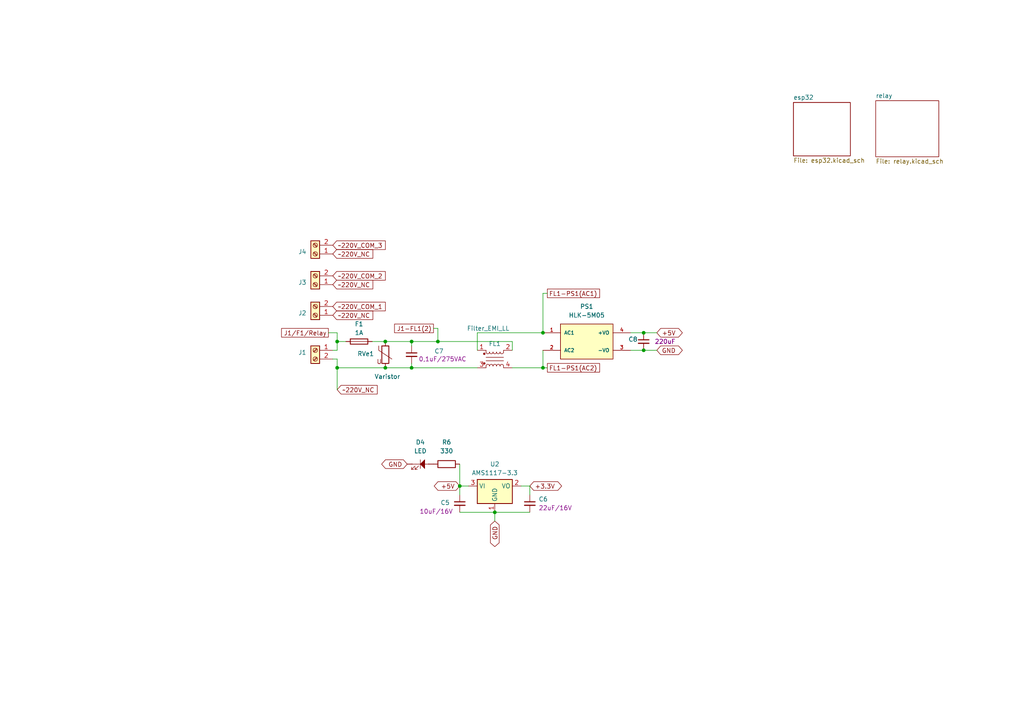
<source format=kicad_sch>
(kicad_sch (version 20231120) (generator "eeschema") (generator_version "8.0")
  (paper "A4")
  (title_block (title "IOTV_ID-1 (3x2A)") (date "2024-07-29") (rev "1.0") (company "Вербкин М.С."))
  (lib_symbols
    (symbol "Connector:Screw_Terminal_01x02" (pin_names (offset 1.016) hide)
      (property "Reference" "J" (at 0 2.54 0))
      (property "Value" "Screw_Terminal_01x02" (at 0 -5.08 0))
      (symbol "Screw_Terminal_01x02_1_1"
        (rectangle (start -1.27 1.27) (end 1.27 -3.81) (stroke (width 0.254)) (fill (type background)))
        (circle (center 0 -2.54) (radius 0.635) (stroke (width 0.1524)))
        (polyline (pts (xy -0.5334 -2.2098) (xy 0.3302 -3.048)) (stroke (width 0.1524)))
        (polyline (pts (xy -0.5334 0.3302) (xy 0.3302 -0.508)) (stroke (width 0.1524)))
        (polyline (pts (xy -0.3556 -2.032) (xy 0.508 -2.8702)) (stroke (width 0.1524)))
        (polyline (pts (xy -0.3556 0.508) (xy 0.508 -0.3302)) (stroke (width 0.1524)))
        (circle (center 0 0) (radius 0.635) (stroke (width 0.1524)))
        (pin passive line (at -5.08 0 0) (length 3.81) (name "Pin_1") (number "1"))
        (pin passive line (at -5.08 -2.54 0) (length 3.81) (name "Pin_2") (number "2"))
      )
    )
    (symbol "Device:Filter_EMI_LL" (pin_names (offset 0.254) hide)
      (property "Reference" "FL" (at 0 4.445 0))
      (property "Value" "Filter_EMI_LL" (at 0 -4.445 0))
      (symbol "Filter_EMI_LL_0_1"
        (circle (center -3.048 -1.27) (radius 0.254) (fill (type outline)))
        (circle (center -3.048 1.524) (radius 0.254) (fill (type outline)))
        (arc (start -2.54 2.032) (mid -2.032 1.5262) (end -1.524 2.032))
        (arc (start -1.524 -2.032) (mid -2.032 -1.5262) (end -2.54 -2.032))
        (arc (start -1.524 2.032) (mid -1.016 1.5262) (end -0.508 2.032))
        (arc (start -0.508 -2.032) (mid -1.016 -1.5262) (end -1.524 -2.032))
        (arc (start -0.508 2.032) (mid 0 1.5262) (end 0.508 2.032))
        (polyline (pts (xy -2.54 -2.032) (xy -2.54 -2.54)))
        (polyline (pts (xy -2.54 0.508) (xy 2.54 0.508)))
        (polyline (pts (xy -2.54 2.032) (xy -2.54 2.54)))
        (polyline (pts (xy 2.54 -2.032) (xy 2.54 -2.54)))
        (polyline (pts (xy 2.54 -0.508) (xy -2.54 -0.508)))
        (polyline (pts (xy 2.54 2.54) (xy 2.54 2.032)))
        (arc (start 0.508 -2.032) (mid 0 -1.5262) (end -0.508 -2.032))
        (arc (start 0.508 2.032) (mid 1.016 1.5262) (end 1.524 2.032))
        (arc (start 1.524 -2.032) (mid 1.016 -1.5262) (end 0.508 -2.032))
        (arc (start 1.524 2.032) (mid 2.032 1.5262) (end 2.54 2.032))
        (arc (start 2.54 -2.032) (mid 2.032 -1.5262) (end 1.524 -2.032))
      )
      (symbol "Filter_EMI_LL_1_1"
        (pin passive line (at -5.08 2.54 0) (length 2.54) (name "1") (number "1"))
        (pin passive line (at 5.08 2.54 180) (length 2.54) (name "2") (number "2"))
        (pin passive line (at -5.08 -2.54 0) (length 2.54) (name "3") (number "3"))
        (pin passive line (at 5.08 -2.54 180) (length 2.54) (name "4") (number "4"))
      )
    )
    (symbol "Device:Fuse" (pin_numbers hide) (pin_names (offset 0))
      (property "Reference" "F" (at 2.032 0 90))
      (property "Value" "Fuse" (at -1.905 0 90))
      (symbol "Fuse_0_1"
        (rectangle (start -0.762 -2.54) (end 0.762 2.54) (stroke (width 0.254)))
        (polyline (pts (xy 0 2.54) (xy 0 -2.54)))
      )
      (symbol "Fuse_1_1"
        (pin passive line (at 0 3.81 270) (length 1.27) (name "~") (number "1"))
        (pin passive line (at 0 -3.81 90) (length 1.27) (name "~") (number "2"))
      )
    )
    (symbol "Device:R" (pin_numbers hide) (pin_names (offset 0))
      (property "Reference" "R" (at 2.032 0 90))
      (property "Value" "R" (at 0 0 90))
      (symbol "R_0_1"
        (rectangle (start -1.016 -2.54) (end 1.016 2.54) (stroke (width 0.254)))
      )
      (symbol "R_1_1"
        (pin passive line (at 0 3.81 270) (length 1.27) (name "~") (number "1"))
        (pin passive line (at 0 -3.81 90) (length 1.27) (name "~") (number "2"))
      )
    )
    (symbol "Device:Varistor" (pin_numbers hide) (pin_names (offset 0))
      (property "Reference" "RV" (at 3.175 0 90))
      (property "Value" "Varistor" (at -3.175 0 90))
      (symbol "Varistor_0_0"
        (text "U" (at -1.778 -2.032 0) (effects (font (size 1.27 1.27))))
      )
      (symbol "Varistor_0_1"
        (rectangle (start -1.016 -2.54) (end 1.016 2.54) (stroke (width 0.254)))
        (polyline (pts (xy -1.905 2.54) (xy -1.905 1.27) (xy 1.905 -1.27)))
      )
      (symbol "Varistor_1_1"
        (pin passive line (at 0 3.81 270) (length 1.27) (name "~") (number "1"))
        (pin passive line (at 0 -3.81 90) (length 1.27) (name "~") (number "2"))
      )
    )
    (symbol "HLK-5M05:HLK-5M05" (pin_names (offset 1.016))
      (property "Reference" "PS1" (at 0 10.16 0))
      (property "Value" "HLK-5M05" (at 0 7.62 0))
      (symbol "HLK-5M05_0_0"
        (rectangle (start -7.62 -5.08) (end 7.62 5.08) (stroke (width 0.2)) (fill (type background)))
        (pin input line (at -12.7 2.54 0) (length 5.08) (name "AC1") (number "1"))
        (pin input line (at -12.7 -2.54 0) (length 5.08) (name "AC2") (number "2"))
      )
      (symbol "HLK-5M05_1_0"
        (pin power_out line (at 12.7 -2.54 180) (length 5.08) (name "-VO") (number "3"))
        (pin power_out line (at 12.7 2.54 180) (length 5.08) (name "+VO") (number "4"))
      )
    )
    (symbol "PCM_4ms_Capacitor:10uF_0805_25V" (pin_numbers hide) (pin_names (offset 0.254) hide)
      (property "Reference" "C" (at 1.905 1.27 0))
      (property "Display" "10uF/25V" (at 1.905 -1.27 0))
      (symbol "10uF_0805_25V_0_1"
        (polyline (pts (xy -1.524 -0.508) (xy 1.524 -0.508)) (stroke (width 0.3302)))
        (polyline (pts (xy -1.524 0.508) (xy 1.524 0.508)) (stroke (width 0.3048)))
      )
      (symbol "10uF_0805_25V_1_1"
        (pin passive line (at 0 2.54 270) (length 2.032) (name "~") (number "1"))
        (pin passive line (at 0 -2.54 90) (length 2.032) (name "~") (number "2"))
      )
    )
    (symbol "PCM_4ms_Capacitor:C_Generic" (pin_numbers hide) (pin_names (offset 0.254) hide)
      (property "Reference" "C" (at 1.905 1.016 0))
      (property "Display" "?F" (at 1.905 -1.27 0))
      (symbol "C_Generic_0_1"
        (polyline (pts (xy -1.524 -0.508) (xy 1.524 -0.508)) (stroke (width 0.3302)))
        (polyline (pts (xy -1.524 0.508) (xy 1.524 0.508)) (stroke (width 0.3048)))
      )
      (symbol "C_Generic_1_1"
        (pin passive line (at 0 2.54 270) (length 2.032) (name "~") (number "1"))
        (pin passive line (at 0 -2.54 90) (length 2.032) (name "~") (number "2"))
      )
    )
    (symbol "PCM_SL_Devices:LED"
      (property "Reference" "D" (at -0.508 5.334 0))
      (property "Value" "LED" (at -0.508 2.794 0))
      (symbol "LED_0_1"
        (polyline (pts (xy -1.27 0) (xy -2.54 0)))
        (polyline (pts (xy 0 1.27) (xy 0 -1.27)))
        (polyline (pts (xy 0.508 0.508) (xy 1.524 1.524)))
        (polyline (pts (xy 1.27 0) (xy 2.54 0)))
        (polyline (pts (xy 1.524 0.508) (xy 2.54 1.524)))
        (polyline (pts (xy 1.524 1.524) (xy 0.889 1.524)))
        (polyline (pts (xy 1.524 1.524) (xy 1.524 0.889)))
        (polyline (pts (xy 2.54 1.524) (xy 1.905 1.524)))
        (polyline (pts (xy 2.54 1.524) (xy 2.54 0.889)))
        (polyline (pts (xy 0 0) (xy -1.27 -1.27) (xy -1.27 1.27) (xy 0 0) (xy 1.27 0)) (fill (type outline)))
      )
      (symbol "LED_1_1"
        (pin passive line (at 3.81 0 180) (length 1.5) (name "~") (number "1"))
        (pin passive line (at -3.81 0 0) (length 1.5) (name "") (number "2"))
      )
    )
    (symbol "Regulator_Linear:AMS1117-3.3"
      (property "Reference" "U" (at -3.81 3.175 0))
      (property "Value" "AMS1117-3.3" (at 0 3.175 0))
      (symbol "AMS1117-3.3_0_1"
        (rectangle (start -5.08 -5.08) (end 5.08 1.905) (stroke (width 0.254)) (fill (type background)))
      )
      (symbol "AMS1117-3.3_1_1"
        (pin power_in line (at 0 -7.62 90) (length 2.54) (name "GND") (number "1"))
        (pin power_out line (at 7.62 0 180) (length 2.54) (name "VO") (number "2"))
        (pin power_in line (at -7.62 0 0) (length 2.54) (name "VI") (number "3"))
      )
    )
  )
  (junction (at 157.48 106.68))
  (junction (at 186.69 101.6))
  (junction (at 143.51 148.59))
  (junction (at 133.35 140.97))
  (junction (at 97.79 99.06))
  (junction (at 157.48 96.52))
  (junction (at 111.76 106.68))
  (junction (at 97.79 106.68))
  (junction (at 186.69 96.52))
  (junction (at 127 99.06))
  (junction (at 119.38 106.68))
  (junction (at 111.76 99.06))
  (junction (at 119.38 99.06))
  (wire (pts (xy 133.35 148.59) (xy 143.51 148.59)))
  (wire (pts (xy 97.79 106.68) (xy 97.79 113.03)))
  (wire (pts (xy 133.35 143.51) (xy 133.35 140.97)))
  (wire (pts (xy 186.69 96.52) (xy 190.5 96.52)))
  (wire (pts (xy 97.79 104.14) (xy 97.79 106.68)))
  (wire (pts (xy 148.59 99.06) (xy 148.59 101.6)))
  (wire (pts (xy 127 95.25) (xy 127 99.06)))
  (wire (pts (xy 182.88 101.6) (xy 186.69 101.6)))
  (wire (pts (xy 186.69 101.6) (xy 190.5 101.6)))
  (wire (pts (xy 97.79 96.52) (xy 97.79 99.06)))
  (wire (pts (xy 138.43 96.52) (xy 138.43 101.6)))
  (wire (pts (xy 153.67 140.97) (xy 153.67 143.51)))
  (wire (pts (xy 158.75 85.09) (xy 157.48 85.09)))
  (wire (pts (xy 119.38 99.06) (xy 119.38 100.33)))
  (wire (pts (xy 107.95 99.06) (xy 111.76 99.06)))
  (wire (pts (xy 119.38 105.41) (xy 119.38 106.68)))
  (wire (pts (xy 111.76 99.06) (xy 119.38 99.06)))
  (wire (pts (xy 143.51 148.59) (xy 143.51 151.13)))
  (wire (pts (xy 143.51 148.59) (xy 153.67 148.59)))
  (wire (pts (xy 157.48 85.09) (xy 157.48 96.52)))
  (wire (pts (xy 127 99.06) (xy 148.59 99.06)))
  (wire (pts (xy 133.35 140.97) (xy 135.89 140.97)))
  (wire (pts (xy 119.38 99.06) (xy 127 99.06)))
  (wire (pts (xy 133.35 134.62) (xy 133.35 140.97)))
  (wire (pts (xy 125.73 95.25) (xy 127 95.25)))
  (wire (pts (xy 138.43 96.52) (xy 157.48 96.52)))
  (wire (pts (xy 148.59 106.68) (xy 157.48 106.68)))
  (wire (pts (xy 157.48 106.68) (xy 157.48 101.6)))
  (wire (pts (xy 97.79 99.06) (xy 100.33 99.06)))
  (wire (pts (xy 182.88 96.52) (xy 186.69 96.52)))
  (wire (pts (xy 157.48 106.68) (xy 158.75 106.68)))
  (wire (pts (xy 111.76 106.68) (xy 119.38 106.68)))
  (wire (pts (xy 97.79 99.06) (xy 97.79 101.6)))
  (wire (pts (xy 95.25 96.52) (xy 97.79 96.52)))
  (wire (pts (xy 97.79 106.68) (xy 111.76 106.68)))
  (wire (pts (xy 97.79 101.6) (xy 96.52 101.6)))
  (wire (pts (xy 119.38 106.68) (xy 138.43 106.68)))
  (wire (pts (xy 151.13 140.97) (xy 153.67 140.97)))
  (wire (pts (xy 97.79 104.14) (xy 96.52 104.14)))
  (global_label "~220V_COM_2" (shape input) (at 96.52 80.01 0) (property "Intersheetrefs" "${INTERSHEET_REFS}" (at 112.326 80.01 0) (effects (justify left))))
  (global_label "FL1-PS1(AC2)" (shape passive) (at 158.75 106.68 0) (property "Intersheetrefs" "${INTERSHEET_REFS}" (at 174.473 106.68 0) (effects (justify left))))
  (global_label "+5V" (shape bidirectional) (at 190.5 96.52 0) (property "Intersheetrefs" "${INTERSHEET_REFS}" (at 198.467 96.52 0) (effects (justify left))))
  (global_label "FL1-PS1(AC1)" (shape passive) (at 158.75 85.09 0) (property "Intersheetrefs" "${INTERSHEET_REFS}" (at 174.473 85.09 0) (effects (justify left))))
  (global_label "GND" (shape bidirectional) (at 143.51 151.13 270) (property "Intersheetrefs" "${INTERSHEET_REFS}" (at 143.51 159.097 90) (effects (justify right))))
  (global_label "~220V_COM_3" (shape input) (at 96.52 71.12 0) (property "Intersheetrefs" "${INTERSHEET_REFS}" (at 112.326 71.12 0) (effects (justify left))))
  (global_label "~220V_COM_1" (shape input) (at 96.52 88.9 0) (property "Intersheetrefs" "${INTERSHEET_REFS}" (at 112.326 88.9 0) (effects (justify left))))
  (global_label "GND" (shape bidirectional) (at 118.11 134.62 180) (property "Intersheetrefs" "${INTERSHEET_REFS}" (at 110.143 134.62 0) (effects (justify right))))
  (global_label "+3.3V" (shape bidirectional) (at 153.67 140.97 0) (property "Intersheetrefs" "${INTERSHEET_REFS}" (at 163.3719 140.97 0) (effects (justify left))))
  (global_label "J1{slash}F1{slash}Relay" (shape passive) (at 95.25 96.52 180) (property "Intersheetrefs" "${INTERSHEET_REFS}" (at 81.0995 96.52 0) (effects (justify right))))
  (global_label "~220V_NC" (shape input) (at 96.52 73.66 0) (property "Intersheetrefs" "${INTERSHEET_REFS}" (at 108.6975 73.66 0) (effects (justify left))))
  (global_label "~220V_NC" (shape input) (at 97.79 113.03 0) (property "Intersheetrefs" "${INTERSHEET_REFS}" (at 109.9675 113.03 0) (effects (justify left))))
  (global_label "~220V_NC" (shape input) (at 96.52 91.44 0) (property "Intersheetrefs" "${INTERSHEET_REFS}" (at 108.6975 91.44 0) (effects (justify left))))
  (global_label "~220V_NC" (shape input) (at 96.52 82.55 0) (property "Intersheetrefs" "${INTERSHEET_REFS}" (at 108.6975 82.55 0) (effects (justify left))))
  (global_label "J1-FL1(2)" (shape passive) (at 125.73 95.25 180) (property "Intersheetrefs" "${INTERSHEET_REFS}" (at 113.8775 95.25 0) (effects (justify right))))
  (global_label "GND" (shape bidirectional) (at 190.5 101.6 0) (property "Intersheetrefs" "${INTERSHEET_REFS}" (at 198.3876 101.6 0) (effects (justify left))))
  (global_label "+5V" (shape bidirectional) (at 133.35 140.97 180) (property "Intersheetrefs" "${INTERSHEET_REFS}" (at 125.383 140.97 0) (effects (justify right))))
  (symbol (lib_id "PCM_4ms_Capacitor:C_Generic") (at 186.69 99.06 0) (unit 1)
    (property "Reference" "C8" (at 182.245 98.425 0) (effects (justify left)))
    (property "Value" "C_Generic" (effects (hide yes)))
    (property "Footprint" "Capacitor_THT:CP_Radial_D8.0mm_P5.00mm" (effects (hide yes)))
    (property "Display" "220uF" (at 189.865 99.06 0) (effects (justify left)))
  )
  (symbol (lib_id "Connector:Screw_Terminal_01x02") (at 91.44 82.55 180) (unit 1)
    (property "Reference" "J3" (at 88.9 81.915 0) (effects (justify left)))
    (property "Value" "Screw_Terminal_01x02" (effects (hide yes)))
    (property "Footprint" "TerminalBlock_Phoenix:TerminalBlock_Phoenix_MKDS-1,5-2_1x02_P5.00mm_Horizontal" (effects (hide yes)))
  )
  (symbol (lib_id "Connector:Screw_Terminal_01x02") (at 91.44 91.44 180) (unit 1)
    (property "Reference" "J2" (at 88.9 90.805 0) (effects (justify left)))
    (property "Value" "Screw_Terminal_01x02" (effects (hide yes)))
    (property "Footprint" "TerminalBlock_Phoenix:TerminalBlock_Phoenix_MKDS-1,5-2_1x02_P5.00mm_Horizontal" (effects (hide yes)))
  )
  (symbol (lib_id "PCM_4ms_Capacitor:C_Generic") (at 119.38 102.87 0) (unit 1)
    (property "Reference" "C7" (at 125.984 101.854 0) (effects (justify left)))
    (property "Value" "C_Generic" (effects (hide yes)))
    (property "Footprint" "Capacitor_THT:C_Rect_L13.0mm_W5.0mm_P10.00mm_FKS3_FKP3_MKS4" (effects (hide yes)))
    (property "Display" "0,1uF/275VAC" (at 121.412 104.14 0) (effects (justify left)))
  )
  (symbol (lib_id "HLK-5M05:HLK-5M05") (at 170.18 99.06 0) (unit 1)
    (property "Reference" "PS1" (at 170.18 88.9 0))
    (property "Value" "HLK-5M05" (at 170.18 91.44 0))
    (property "Footprint" "Converter_ACDC:Converter_ACDC_Hi-Link_HLK-5Mxx" (effects (hide yes)))
    (property "PARTREV" "N/A" (effects (hide yes)))
    (property "STANDARD" "Manufacturer Recommendations" (effects (hide yes)))
    (property "MANUFACTURER" "HI-LINK" (effects (hide yes)))
  )
  (symbol (lib_id "Device:Varistor") (at 111.76 102.87 0) (unit 1)
    (property "Reference" "RVe1" (at 103.632 102.616 0) (effects (justify left)))
    (property "Value" "Varistor" (at 108.585 109.22 0) (effects (justify left)))
    (property "Footprint" "Varistor:RV_Disc_D21.5mm_W4.8mm_P10mm" (effects (hide yes)))
  )
  (symbol (lib_id "Connector:Screw_Terminal_01x02") (at 91.44 101.6 0) (mirror y) (unit 1)
    (property "Reference" "J1" (at 88.9 102.235 0) (effects (justify left)))
    (property "Value" "Screw_Terminal_01x02" (effects (hide yes)))
    (property "Footprint" "TerminalBlock_Phoenix:TerminalBlock_Phoenix_MKDS-1,5-2_1x02_P5.00mm_Horizontal" (effects (hide yes)))
  )
  (symbol (lib_id "Connector:Screw_Terminal_01x02") (at 91.44 73.66 180) (unit 1)
    (property "Reference" "J4" (at 88.9 73.025 0) (effects (justify left)))
    (property "Value" "Screw_Terminal_01x02" (effects (hide yes)))
    (property "Footprint" "TerminalBlock_Phoenix:TerminalBlock_Phoenix_MKDS-1,5-2_1x02_P5.00mm_Horizontal" (effects (hide yes)))
  )
  (symbol (lib_id "Device:Fuse") (at 104.14 99.06 90) (unit 1)
    (property "Reference" "F1" (at 104.14 93.98 90))
    (property "Value" "1A" (at 104.14 96.52 90))
    (property "Footprint" "Fuse:Fuseholder_Cylinder-5x20mm_Schurter_0031_8201_Horizontal_Open" (effects (hide yes)))
  )
  (symbol (lib_id "Device:Filter_EMI_LL") (at 143.51 104.14 0) (unit 1)
    (property "Reference" "FL1" (at 143.51 99.695 0))
    (property "Value" "Filter_EMI_LL" (at 141.605 95.25 0))
    (property "Footprint" "PCM_Inductor_THT_AKL:L_CommonMode_Toroid_Vertical_10x13mm" (effects (hide yes)))
  )
  (symbol (lib_id "Device:R") (at 129.54 134.62 90) (unit 1)
    (property "Reference" "R6" (at 129.54 128.27 90))
    (property "Value" "330" (at 129.54 130.81 90))
    (property "Footprint" "Resistor_SMD:R_1206_3216Metric" (effects (hide yes)))
  )
  (symbol (lib_id "PCM_4ms_Capacitor:10uF_0805_25V") (at 133.35 146.05 0) (unit 1)
    (property "Reference" "C5" (at 127.762 145.796 0) (effects (justify left)))
    (property "Value" "10uF_0805_25V" (effects (hide yes)))
    (property "Footprint" "Capacitor_SMD:C_1206_3216Metric" (effects (hide yes)))
    (property "Description" "10uF, Min. 25V, X5R/X6S/X7R/X7S, 0805, MLCC" (effects (hide yes)))
    (property "Specifications" "10uF, Min. 25V, X5R/X6S/X7R/X7S, 0805, MLCC" (effects (hide yes)))
    (property "Manufacturer" "Murata" (effects (hide yes)))
    (property "Part Number" "GRM21BR61E106MA73L" (effects (hide yes)))
    (property "Display" "10uF/16V" (at 121.666 148.336 0) (effects (justify left)))
    (property "JLCPCB ID" "C15850" (effects (hide yes)))
  )
  (symbol (lib_id "PCM_SL_Devices:LED") (at 121.92 134.62 180) (unit 1)
    (property "Reference" "D4" (at 121.92 128.27 0))
    (property "Value" "LED" (at 121.92 130.81 0))
    (property "Footprint" "PCM_Diode_SMD_Handsoldering_AKL:D_0603_1608Metric" (effects (hide yes)))
    (property "Description" "Common 5mm diameter LED" (effects (hide yes)))
  )
  (symbol (lib_id "PCM_4ms_Capacitor:10uF_0805_25V") (at 153.67 146.05 0) (unit 1)
    (property "Reference" "C6" (at 156.21 144.7862 0) (effects (justify left)))
    (property "Value" "10uF_0805_25V" (effects (hide yes)))
    (property "Footprint" "Capacitor_SMD:C_1206_3216Metric" (effects (hide yes)))
    (property "Description" "10uF, Min. 25V, X5R/X6S/X7R/X7S, 0805, MLCC" (effects (hide yes)))
    (property "Specifications" "10uF, Min. 25V, X5R/X6S/X7R/X7S, 0805, MLCC" (effects (hide yes)))
    (property "Manufacturer" "Murata" (effects (hide yes)))
    (property "Part Number" "GRM21BR61E106MA73L" (effects (hide yes)))
    (property "Display" "22uF/16V" (at 156.21 147.3262 0) (effects (justify left)))
    (property "JLCPCB ID" "C15850" (effects (hide yes)))
  )
  (symbol (lib_id "Regulator_Linear:AMS1117-3.3") (at 143.51 140.97 0) (unit 1)
    (property "Reference" "U2" (at 143.51 134.62 0))
    (property "Value" "AMS1117-3.3" (at 143.51 137.16 0))
    (property "Footprint" "Package_TO_SOT_SMD:SOT-223-3_TabPin2" (effects (hide yes)))
    (property "Datasheet" "http://www.advanced-monolithic.com/pdf/ds1117.pdf" (effects (hide yes)))
    (property "Description" "1A Low Dropout regulator, positive, 3.3V fixed output, SOT-223" (effects (hide yes)))
  )
  (sheet (at 254 29.21) (size 18.288 16.256) (stroke (width 0.1524))
    (property "Sheetname" "relay" (at 254 28.4984 0) (effects (justify left bottom)))
    (property "Sheetfile" "relay.kicad_sch" (at 254 46.0506 0) (effects (justify left top)))
  )
  (sheet (at 230.124 29.718) (size 16.51 15.494) (stroke (width 0.1524))
    (property "Sheetname" "esp32" (at 230.124 29.0064 0) (effects (justify left bottom)))
    (property "Sheetfile" "esp32.kicad_sch" (at 230.124 45.7966 0) (effects (justify left top)))
  )
)
</source>
